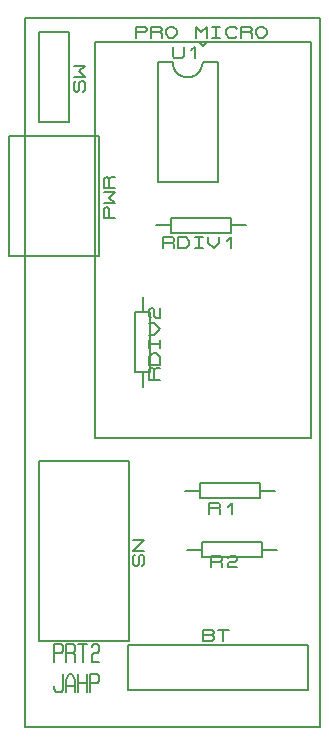
<source format=gbr>
G04 PROTEUS RS274X GERBER FILE*
%FSLAX26Y26*%
%MOIN*%
G01*
%ADD70C,0.008000*%
%ADD71C,0.006000*%
D70*
X-393701Y-1574803D02*
X+590551Y-1574803D01*
X+590551Y+787402D01*
X-393701Y+787402D01*
X-393701Y-1574803D01*
D71*
X-158425Y-611575D02*
X+561575Y-611575D01*
X+561575Y+708425D01*
X-158425Y+708425D01*
X-158425Y-611575D01*
X+201575Y+696425D02*
X+213575Y+708425D01*
X+189575Y+708425D02*
X+201575Y+696425D01*
D70*
X-23425Y+723425D02*
X-23425Y+759425D01*
X+7825Y+759425D01*
X+14075Y+753425D01*
X+14075Y+747425D01*
X+7825Y+741425D01*
X-23425Y+741425D01*
X+26575Y+723425D02*
X+26575Y+759425D01*
X+57825Y+759425D01*
X+64075Y+753425D01*
X+64075Y+747425D01*
X+57825Y+741425D01*
X+26575Y+741425D01*
X+57825Y+741425D02*
X+64075Y+735425D01*
X+64075Y+723425D01*
X+76575Y+747425D02*
X+89075Y+759425D01*
X+101575Y+759425D01*
X+114075Y+747425D01*
X+114075Y+735425D01*
X+101575Y+723425D01*
X+89075Y+723425D01*
X+76575Y+735425D01*
X+76575Y+747425D01*
X+176575Y+723425D02*
X+176575Y+759425D01*
X+195325Y+741425D01*
X+214075Y+759425D01*
X+214075Y+723425D01*
X+232825Y+759425D02*
X+257825Y+759425D01*
X+245325Y+759425D02*
X+245325Y+723425D01*
X+232825Y+723425D02*
X+257825Y+723425D01*
X+314075Y+729425D02*
X+307825Y+723425D01*
X+289075Y+723425D01*
X+276575Y+735425D01*
X+276575Y+747425D01*
X+289075Y+759425D01*
X+307825Y+759425D01*
X+314075Y+753425D01*
X+326575Y+723425D02*
X+326575Y+759425D01*
X+357825Y+759425D01*
X+364075Y+753425D01*
X+364075Y+747425D01*
X+357825Y+741425D01*
X+326575Y+741425D01*
X+357825Y+741425D02*
X+364075Y+735425D01*
X+364075Y+723425D01*
X+376575Y+747425D02*
X+389075Y+759425D01*
X+401575Y+759425D01*
X+414075Y+747425D01*
X+414075Y+735425D01*
X+401575Y+723425D01*
X+389075Y+723425D01*
X+376575Y+735425D01*
X+376575Y+747425D01*
X+200000Y+640551D02*
X+250000Y+640551D01*
X+250000Y+240551D01*
X+50000Y+240551D01*
X+50000Y+640551D01*
X+100000Y+640551D01*
X+150000Y+590551D02*
X+160188Y+591510D01*
X+169625Y+594285D01*
X+178125Y+598725D01*
X+185500Y+604676D01*
X+191562Y+611987D01*
X+196125Y+620504D01*
X+199000Y+630076D01*
X+200000Y+640551D01*
X+150000Y+590551D02*
X+139525Y+591510D01*
X+129953Y+594285D01*
X+121436Y+598725D01*
X+114125Y+604676D01*
X+108174Y+611987D01*
X+103734Y+620504D01*
X+100959Y+630076D01*
X+100000Y+640551D01*
X+100000Y+692551D02*
X+100000Y+662551D01*
X+106250Y+656551D01*
X+131250Y+656551D01*
X+137500Y+662551D01*
X+137500Y+692551D01*
X+162500Y+680551D02*
X+175000Y+692551D01*
X+175000Y+656551D01*
X-50000Y-1452953D02*
X+550000Y-1452953D01*
X+550000Y-1302953D01*
X-50000Y-1302953D01*
X-50000Y-1452953D01*
X+200000Y-1286953D02*
X+200000Y-1250953D01*
X+231250Y-1250953D01*
X+237500Y-1256953D01*
X+237500Y-1262953D01*
X+231250Y-1268953D01*
X+237500Y-1274953D01*
X+237500Y-1280953D01*
X+231250Y-1286953D01*
X+200000Y-1286953D01*
X+200000Y-1268953D02*
X+231250Y-1268953D01*
X+250000Y-1250953D02*
X+287500Y-1250953D01*
X+268750Y-1250953D02*
X+268750Y-1286953D01*
X-345276Y+442126D02*
X-245276Y+442126D01*
X-245276Y+742126D01*
X-345276Y+742126D01*
X-345276Y+442126D01*
X-199276Y+542126D02*
X-193276Y+548376D01*
X-193276Y+573376D01*
X-199276Y+579626D01*
X-205276Y+579626D01*
X-211276Y+573376D01*
X-211276Y+548376D01*
X-217276Y+542126D01*
X-223276Y+542126D01*
X-229276Y+548376D01*
X-229276Y+573376D01*
X-223276Y+579626D01*
X-229276Y+592126D02*
X-193276Y+592126D01*
X-211276Y+610876D01*
X-193276Y+629626D01*
X-229276Y+629626D01*
X-445276Y+395276D02*
X-145276Y+395276D01*
X-145276Y-4724D02*
X-445276Y-4724D01*
X-445276Y+395276D02*
X-445276Y-4724D01*
X-145276Y+395276D02*
X-145276Y-4724D01*
X-93276Y+120276D02*
X-129276Y+120276D01*
X-129276Y+151526D01*
X-123276Y+157776D01*
X-117276Y+157776D01*
X-111276Y+151526D01*
X-111276Y+120276D01*
X-129276Y+170276D02*
X-93276Y+170276D01*
X-111276Y+189026D01*
X-93276Y+207776D01*
X-129276Y+207776D01*
X-93276Y+220276D02*
X-129276Y+220276D01*
X-129276Y+251526D01*
X-123276Y+257776D01*
X-117276Y+257776D01*
X-111276Y+251526D01*
X-111276Y+220276D01*
X-111276Y+251526D02*
X-105276Y+257776D01*
X-93276Y+257776D01*
X-346850Y-687402D02*
X-46850Y-687402D01*
X-46850Y-1287402D02*
X-346850Y-1287402D01*
X-46850Y-687402D02*
X-46850Y-1287402D01*
X-346850Y-687402D02*
X-346850Y-1287402D01*
X-850Y-1037402D02*
X+5150Y-1031152D01*
X+5150Y-1006152D01*
X-850Y-999902D01*
X-6850Y-999902D01*
X-12850Y-1006152D01*
X-12850Y-1031152D01*
X-18850Y-1037402D01*
X-24850Y-1037402D01*
X-30850Y-1031152D01*
X-30850Y-1006152D01*
X-24850Y-999902D01*
X+5150Y-987402D02*
X-30850Y-987402D01*
X+5150Y-949902D01*
X-30850Y-949902D01*
X+343701Y+98425D02*
X+293701Y+98425D01*
X+93701Y+73425D02*
X+293701Y+73425D01*
X+293701Y+123425D01*
X+93701Y+123425D01*
X+93701Y+73425D01*
X+93701Y+98425D02*
X+43701Y+98425D01*
X+68701Y+21425D02*
X+68701Y+57425D01*
X+99951Y+57425D01*
X+106201Y+51425D01*
X+106201Y+45425D01*
X+99951Y+39425D01*
X+68701Y+39425D01*
X+99951Y+39425D02*
X+106201Y+33425D01*
X+106201Y+21425D01*
X+118701Y+21425D02*
X+118701Y+57425D01*
X+143701Y+57425D01*
X+156201Y+45425D01*
X+156201Y+33425D01*
X+143701Y+21425D01*
X+118701Y+21425D01*
X+174951Y+57425D02*
X+199951Y+57425D01*
X+187451Y+57425D02*
X+187451Y+21425D01*
X+174951Y+21425D02*
X+199951Y+21425D01*
X+218701Y+57425D02*
X+218701Y+39425D01*
X+237451Y+21425D01*
X+256201Y+39425D01*
X+256201Y+57425D01*
X+281201Y+45425D02*
X+293701Y+57425D01*
X+293701Y+21425D01*
X+0Y-442126D02*
X+0Y-392126D01*
X-25000Y-392126D02*
X+25000Y-392126D01*
X+25000Y-192126D01*
X-25000Y-192126D01*
X-25000Y-392126D01*
X+0Y-192126D02*
X+0Y-142126D01*
X+57425Y-417126D02*
X+21425Y-417126D01*
X+21425Y-385876D01*
X+27425Y-379626D01*
X+33425Y-379626D01*
X+39425Y-385876D01*
X+39425Y-417126D01*
X+39425Y-385876D02*
X+45425Y-379626D01*
X+57425Y-379626D01*
X+57425Y-367126D02*
X+21425Y-367126D01*
X+21425Y-342126D01*
X+33425Y-329626D01*
X+45425Y-329626D01*
X+57425Y-342126D01*
X+57425Y-367126D01*
X+21425Y-310876D02*
X+21425Y-285876D01*
X+21425Y-298376D02*
X+57425Y-298376D01*
X+57425Y-310876D02*
X+57425Y-285876D01*
X+21425Y-267126D02*
X+39425Y-267126D01*
X+57425Y-248376D01*
X+39425Y-229626D01*
X+21425Y-229626D01*
X+27425Y-210876D02*
X+21425Y-204626D01*
X+21425Y-185876D01*
X+27425Y-179626D01*
X+33425Y-179626D01*
X+39425Y-185876D01*
X+39425Y-204626D01*
X+45425Y-210876D01*
X+57425Y-210876D01*
X+57425Y-179626D01*
X+442126Y-787402D02*
X+392126Y-787402D01*
X+192126Y-812402D02*
X+392126Y-812402D01*
X+392126Y-762402D01*
X+192126Y-762402D01*
X+192126Y-812402D01*
X+192126Y-787402D02*
X+142126Y-787402D01*
X+221850Y-864402D02*
X+221850Y-828402D01*
X+253100Y-828402D01*
X+259350Y-834402D01*
X+259350Y-840402D01*
X+253100Y-846402D01*
X+221850Y-846402D01*
X+253100Y-846402D02*
X+259350Y-852402D01*
X+259350Y-864402D01*
X+284350Y-840402D02*
X+296850Y-828402D01*
X+296850Y-864402D01*
X+148425Y-984252D02*
X+198425Y-984252D01*
X+198425Y-1009252D02*
X+398425Y-1009252D01*
X+398425Y-959252D01*
X+198425Y-959252D01*
X+198425Y-1009252D01*
X+398425Y-984252D02*
X+448425Y-984252D01*
X+228150Y-1041677D02*
X+228150Y-1005677D01*
X+259400Y-1005677D01*
X+265650Y-1011677D01*
X+265650Y-1017677D01*
X+259400Y-1023677D01*
X+228150Y-1023677D01*
X+259400Y-1023677D02*
X+265650Y-1029677D01*
X+265650Y-1041677D01*
X+284400Y-1011677D02*
X+290650Y-1005677D01*
X+309400Y-1005677D01*
X+315650Y-1011677D01*
X+315650Y-1017677D01*
X+309400Y-1023677D01*
X+290650Y-1023677D01*
X+284400Y-1029677D01*
X+284400Y-1041677D01*
X+315650Y-1041677D01*
X-295276Y-1359528D02*
X-295276Y-1299528D01*
X-270276Y-1299528D01*
X-265276Y-1309528D01*
X-265276Y-1319528D01*
X-270276Y-1329528D01*
X-295276Y-1329528D01*
X-255276Y-1359528D02*
X-255276Y-1299528D01*
X-230276Y-1299528D01*
X-225276Y-1309528D01*
X-225276Y-1319528D01*
X-230276Y-1329528D01*
X-255276Y-1329528D01*
X-230276Y-1329528D02*
X-225276Y-1339528D01*
X-225276Y-1359528D01*
X-215276Y-1299528D02*
X-185276Y-1299528D01*
X-200276Y-1299528D02*
X-200276Y-1359528D01*
X-170276Y-1309528D02*
X-165276Y-1299528D01*
X-150276Y-1299528D01*
X-145276Y-1309528D01*
X-145276Y-1319528D01*
X-150276Y-1329528D01*
X-165276Y-1329528D01*
X-170276Y-1339528D01*
X-170276Y-1359528D01*
X-145276Y-1359528D01*
X-295276Y-1437953D02*
X-295276Y-1447953D01*
X-290276Y-1457953D01*
X-270276Y-1457953D01*
X-265276Y-1447953D01*
X-265276Y-1397953D01*
X-255276Y-1457953D02*
X-255276Y-1417953D01*
X-245276Y-1397953D01*
X-235276Y-1397953D01*
X-225276Y-1417953D01*
X-225276Y-1457953D01*
X-255276Y-1437953D02*
X-225276Y-1437953D01*
X-215276Y-1457953D02*
X-215276Y-1397953D01*
X-185276Y-1397953D02*
X-185276Y-1457953D01*
X-215276Y-1427953D02*
X-185276Y-1427953D01*
X-175276Y-1457953D02*
X-175276Y-1397953D01*
X-150276Y-1397953D01*
X-145276Y-1407953D01*
X-145276Y-1417953D01*
X-150276Y-1427953D01*
X-175276Y-1427953D01*
M02*

</source>
